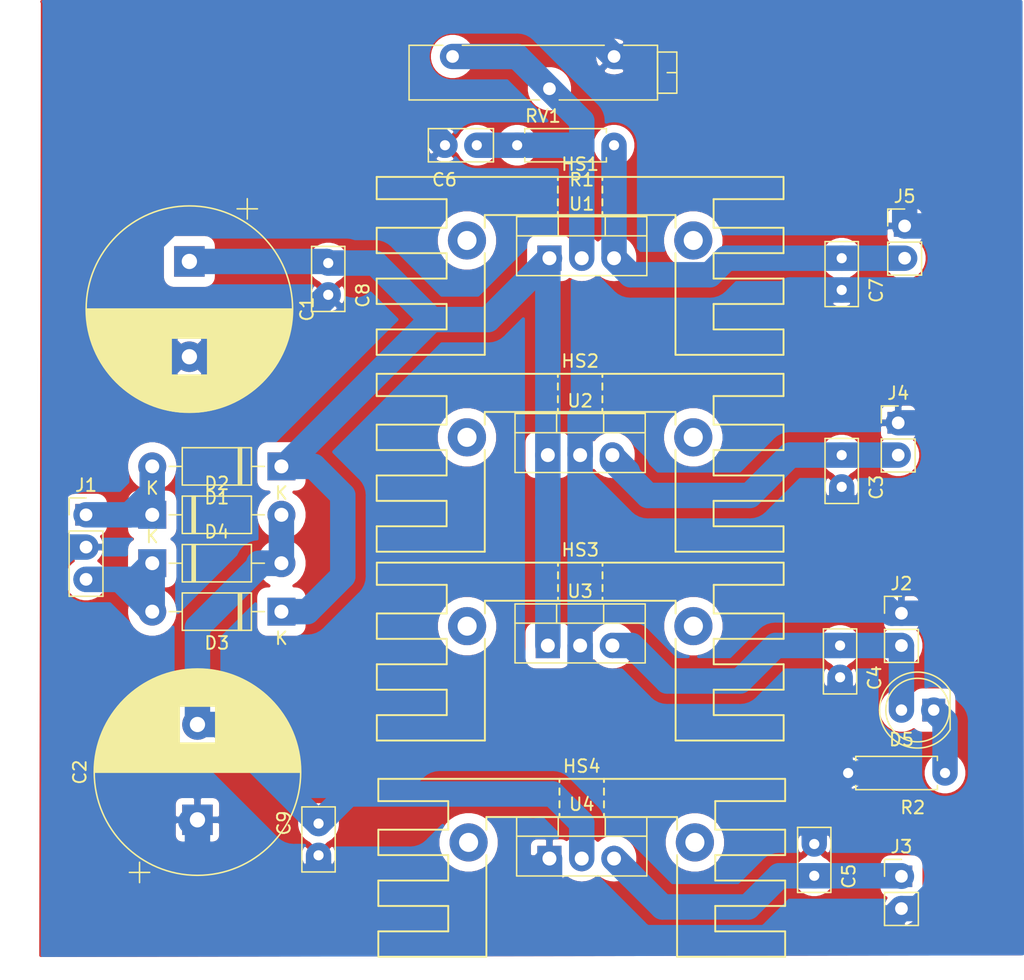
<source format=kicad_pcb>
(kicad_pcb (version 20171130) (host pcbnew "(5.1.6)-1")
  (layers (0 F.Cu signal) (31 B.Cu signal) (34 B.Paste user) (35 F.Paste user) (36 B.SilkS user) (37 F.SilkS user) (38 B.Mask user) (39 F.Mask user) (44 Edge.Cuts user))
  (net 0 "")
  (net 1 GND)
  (net 2 "Net-(C6-Pad1)")
  (net 3 "Net-(D5-Pad1)")
  (net 4 "Net-(D1-Pad2)")
  (net 5 "Net-(D3-Pad2)")
  (net 6 /Vbus+)
  (net 7 /Vbus-)
  (net 8 /Vcc+5V)
  (net 9 /Vcc+15V)
  (net 10 /Vcc-15V)
  (net 11 /VccAjustavel)
  (module Heatsinks:Heatsink_Stonecold_HS-132_32x14mm_2xFixation1.5mm (layer F.Cu) (at 236.601 106.68)
    (fp_text reference HS1 (at 0 -6) (layer F.SilkS))
    (fp_text value Heatsink)
    (pad 1 thru_hole circle (at -8.9 0) (size 3 3) (drill 1.5) (layers *.Cu *.Mask))
    (pad 1 thru_hole circle (at 8.9 0) (size 3 3) (drill 1.5) (layers *.Cu *.Mask))
  )
  (module Heatsinks:Heatsink_Stonecold_HS-132_32x14mm_2xFixation1.5mm (layer F.Cu) (at 236.611 137.033)
    (fp_text reference HS3 (at 0 -6) (layer F.SilkS))
    (fp_text value Heatsink)
    (pad 1 thru_hole circle (at -8.9 0) (size 3 3) (drill 1.5) (layers *.Cu *.Mask))
    (pad 1 thru_hole circle (at 8.9 0) (size 3 3) (drill 1.5) (layers *.Cu *.Mask))
  )
  (module Heatsinks:Heatsink_Stonecold_HS-132_32x14mm_2xFixation1.5mm (layer F.Cu) (at 236.601 122.174)
    (fp_text reference HS2 (at 0 -6) (layer F.SilkS))
    (fp_text value Heatsink)
    (pad 1 thru_hole circle (at -8.9 0) (size 3 3) (drill 1.5) (layers *.Cu *.Mask))
    (pad 1 thru_hole circle (at 8.9 0) (size 3 3) (drill 1.5) (layers *.Cu *.Mask))
  )
  (module Heatsinks:Heatsink_Stonecold_HS-132_32x14mm_2xFixation1.5mm (layer F.Cu) (at 236.728 154.051)
    (fp_text reference HS4 (at 0 -6) (layer F.SilkS))
    (fp_text value Heatsink)
    (pad 1 thru_hole circle (at -8.9 0) (size 3 3) (drill 1.5) (layers *.Cu *.Mask))
    (pad 1 thru_hole circle (at 8.9 0) (size 3 3) (drill 1.5) (layers *.Cu *.Mask))
  )
  (module Resistors_THT:R_Axial_DIN0207_L6.3mm_D2.5mm_P7.62mm_Horizontal (layer F.Cu) (at 239.268 99.187 180)
    (fp_text reference R1 (at 2.54 -2.72) (layer F.SilkS))
    (fp_text value R_US)
    (pad 1 thru_hole circle (at 0 0 180) (size 1.6 1.6) (drill 0.8) (layers *.Cu *.Mask) (net 11 /VccAjustavel))
    (pad 2 thru_hole oval (at 7.62 0 180) (size 1.6 1.6) (drill 0.8) (layers *.Cu *.Mask) (net 2 "Net-(C6-Pad1)"))
  )
  (module Resistors_THT:R_Axial_DIN0207_L6.3mm_D2.5mm_P7.62mm_Horizontal (layer F.Cu) (at 265.303 148.59 180)
    (fp_text reference R2 (at 2.54 -2.72) (layer F.SilkS))
    (fp_text value R_US)
    (pad 1 thru_hole circle (at 0 0 180) (size 1.6 1.6) (drill 0.8) (layers *.Cu *.Mask) (net 3 "Net-(D5-Pad1)"))
    (pad 2 thru_hole oval (at 7.62 0 180) (size 1.6 1.6) (drill 0.8) (layers *.Cu *.Mask) (net 1 GND))
  )
  (module LEDs:LED_D5.0mm (layer F.Cu) (at 264.414 143.637 180)
    (fp_text reference D5 (at 2.54 -2.326371) (layer F.SilkS))
    (fp_text value LED)
    (pad 1 thru_hole rect (at 0 0 180) (size 1.8 1.8) (drill 0.9) (layers *.Cu *.Mask) (net 3 "Net-(D5-Pad1)"))
    (pad 2 thru_hole circle (at 2.54 0 180) (size 1.8 1.8) (drill 0.9) (layers *.Cu *.Mask) (net 9 /Vcc+15V))
  )
  (module Capacitors_THT:C_Disc_D5.0mm_W2.5mm_P2.50mm (layer F.Cu) (at 255.016 154.178 270)
    (fp_text reference C5 (at 2.54 -2.72 90) (layer F.SilkS))
    (fp_text value C)
    (pad 1 thru_hole circle (at 0 0 270) (size 1.6 1.6) (drill 0.8) (layers *.Cu *.Mask) (net 1 GND))
    (pad 2 thru_hole circle (at 2.5 0 270) (size 1.6 1.6) (drill 0.8) (layers *.Cu *.Mask) (net 10 /Vcc-15V))
  )
  (module Capacitors_THT:C_Disc_D5.0mm_W2.5mm_P2.50mm (layer F.Cu) (at 257.048 138.557 270)
    (fp_text reference C4 (at 2.54 -2.72 90) (layer F.SilkS))
    (fp_text value C)
    (pad 1 thru_hole circle (at 0 0 270) (size 1.6 1.6) (drill 0.8) (layers *.Cu *.Mask) (net 9 /Vcc+15V))
    (pad 2 thru_hole circle (at 2.5 0 270) (size 1.6 1.6) (drill 0.8) (layers *.Cu *.Mask) (net 1 GND))
  )
  (module Capacitors_THT:C_Disc_D5.0mm_W2.5mm_P2.50mm (layer F.Cu) (at 257.175 123.571 270)
    (fp_text reference C3 (at 2.54 -2.72 90) (layer F.SilkS))
    (fp_text value C)
    (pad 1 thru_hole circle (at 0 0 270) (size 1.6 1.6) (drill 0.8) (layers *.Cu *.Mask) (net 8 /Vcc+5V))
    (pad 2 thru_hole circle (at 2.5 0 270) (size 1.6 1.6) (drill 0.8) (layers *.Cu *.Mask) (net 1 GND))
  )
  (module Capacitors_THT:C_Disc_D5.0mm_W2.5mm_P2.50mm (layer F.Cu) (at 257.175 108.077 270)
    (fp_text reference C7 (at 2.54 -2.72 90) (layer F.SilkS))
    (fp_text value C)
    (pad 1 thru_hole circle (at 0 0 270) (size 1.6 1.6) (drill 0.8) (layers *.Cu *.Mask) (net 11 /VccAjustavel))
    (pad 2 thru_hole circle (at 2.5 0 270) (size 1.6 1.6) (drill 0.8) (layers *.Cu *.Mask) (net 1 GND))
  )
  (module Capacitors_THT:C_Disc_D5.0mm_W2.5mm_P2.50mm (layer F.Cu) (at 228.473 99.187 180)
    (fp_text reference C6 (at 2.54 -2.72) (layer F.SilkS))
    (fp_text value C)
    (pad 1 thru_hole circle (at 0 0 180) (size 1.6 1.6) (drill 0.8) (layers *.Cu *.Mask) (net 2 "Net-(C6-Pad1)"))
    (pad 2 thru_hole circle (at 2.5 0 180) (size 1.6 1.6) (drill 0.8) (layers *.Cu *.Mask) (net 1 GND))
  )
  (module Capacitors_THT:C_Disc_D5.0mm_W2.5mm_P2.50mm (layer F.Cu) (at 216.027 155.067 90)
    (fp_text reference C9 (at 2.54 -2.72 90) (layer F.SilkS))
    (fp_text value C)
    (pad 1 thru_hole circle (at 0 0 90) (size 1.6 1.6) (drill 0.8) (layers *.Cu *.Mask) (net 1 GND))
    (pad 2 thru_hole circle (at 2.5 0 90) (size 1.6 1.6) (drill 0.8) (layers *.Cu *.Mask) (net 7 /Vbus-))
  )
  (module Capacitors_THT:C_Disc_D5.0mm_W2.5mm_P2.50mm (layer F.Cu) (at 216.789 108.458 270)
    (fp_text reference C8 (at 2.54 -2.72 90) (layer F.SilkS))
    (fp_text value C)
    (pad 1 thru_hole circle (at 0 0 270) (size 1.6 1.6) (drill 0.8) (layers *.Cu *.Mask) (net 6 /Vbus+))
    (pad 2 thru_hole circle (at 2.5 0 270) (size 1.6 1.6) (drill 0.8) (layers *.Cu *.Mask) (net 1 GND))
  )
  (module Package_TO_SOT_THT:TO-220-3_Vertical (layer F.Cu) (at 234.188 155.321)
    (fp_text reference U4 (at 2.54 -4.27) (layer F.SilkS))
    (fp_text value LM7915_TO220)
    (pad 3 thru_hole oval (at 5.08 0) (size 1.905 2) (drill 1.1) (layers *.Cu *.Mask) (net 10 /Vcc-15V))
    (pad 2 thru_hole oval (at 2.54 0) (size 1.905 2) (drill 1.1) (layers *.Cu *.Mask) (net 7 /Vbus-))
    (pad 1 thru_hole rect (at 0 0) (size 1.905 2) (drill 1.1) (layers *.Cu *.Mask) (net 1 GND))
  )
  (module Package_TO_SOT_THT:TO-220-3_Vertical (layer F.Cu) (at 234.061 138.557)
    (fp_text reference U3 (at 2.54 -4.27) (layer F.SilkS))
    (fp_text value LM7815_TO220)
    (pad 3 thru_hole oval (at 5.08 0) (size 1.905 2) (drill 1.1) (layers *.Cu *.Mask) (net 9 /Vcc+15V))
    (pad 2 thru_hole oval (at 2.54 0) (size 1.905 2) (drill 1.1) (layers *.Cu *.Mask) (net 1 GND))
    (pad 1 thru_hole rect (at 0 0) (size 1.905 2) (drill 1.1) (layers *.Cu *.Mask) (net 6 /Vbus+))
  )
  (module Package_TO_SOT_THT:TO-220-3_Vertical (layer F.Cu) (at 234.061 123.571)
    (fp_text reference U2 (at 2.54 -4.27) (layer F.SilkS))
    (fp_text value LM7805_TO220)
    (pad 3 thru_hole oval (at 5.08 0) (size 1.905 2) (drill 1.1) (layers *.Cu *.Mask) (net 8 /Vcc+5V))
    (pad 2 thru_hole oval (at 2.54 0) (size 1.905 2) (drill 1.1) (layers *.Cu *.Mask) (net 1 GND))
    (pad 1 thru_hole rect (at 0 0) (size 1.905 2) (drill 1.1) (layers *.Cu *.Mask) (net 6 /Vbus+))
  )
  (module Package_TO_SOT_THT:TO-220-3_Vertical (layer F.Cu) (at 234.188 108.077)
    (fp_text reference U1 (at 2.54 -4.27) (layer F.SilkS))
    (fp_text value LM317_TO39)
    (pad 3 thru_hole oval (at 5.08 0) (size 1.905 2) (drill 1.1) (layers *.Cu *.Mask) (net 11 /VccAjustavel))
    (pad 2 thru_hole oval (at 2.54 0) (size 1.905 2) (drill 1.1) (layers *.Cu *.Mask) (net 2 "Net-(C6-Pad1)"))
    (pad 1 thru_hole rect (at 0 0) (size 1.905 2) (drill 1.1) (layers *.Cu *.Mask) (net 6 /Vbus+))
  )
  (module Potentiometer_THT:Potentiometer_Bourns_3005_Horizontal (layer F.Cu) (at 226.568 92.202 180)
    (fp_text reference RV1 (at -7.11 -4.69) (layer F.SilkS))
    (fp_text value R_POT_TRIM)
    (pad 3 thru_hole circle (at -12.7 0 180) (size 1.8 1.8) (drill 1) (layers *.Cu *.Mask) (net 1 GND))
    (pad 2 thru_hole circle (at -7.62 -2.54 180) (size 1.8 1.8) (drill 1) (layers *.Cu *.Mask) (net 2 "Net-(C6-Pad1)"))
    (pad 1 thru_hole circle (at 0 0 180) (size 1.8 1.8) (drill 1) (layers *.Cu *.Mask) (net 2 "Net-(C6-Pad1)"))
  )
  (module Connector_PinHeader_2.54mm:PinHeader_1x02_P2.54mm_Vertical (layer F.Cu) (at 262.128 105.537)
    (fp_text reference J5 (at 0 -2.33) (layer F.SilkS))
    (fp_text value Conn_01x02_Male)
    (pad 2 thru_hole oval (at 0 2.54) (size 1.7 1.7) (drill 1) (layers *.Cu *.Mask) (net 11 /VccAjustavel))
    (pad 1 thru_hole rect (at 0 0) (size 1.7 1.7) (drill 1) (layers *.Cu *.Mask) (net 1 GND))
  )
  (module Connector_PinHeader_2.54mm:PinHeader_1x02_P2.54mm_Vertical (layer F.Cu) (at 261.62 121.031)
    (fp_text reference J4 (at 0 -2.33) (layer F.SilkS))
    (fp_text value Conn_01x02_Male)
    (pad 2 thru_hole oval (at 0 2.54) (size 1.7 1.7) (drill 1) (layers *.Cu *.Mask) (net 8 /Vcc+5V))
    (pad 1 thru_hole rect (at 0 0) (size 1.7 1.7) (drill 1) (layers *.Cu *.Mask) (net 1 GND))
  )
  (module Connector_PinHeader_2.54mm:PinHeader_1x02_P2.54mm_Vertical (layer F.Cu) (at 261.874 156.718)
    (fp_text reference J3 (at 0 -2.33) (layer F.SilkS))
    (fp_text value Conn_01x02_Male)
    (pad 2 thru_hole oval (at 0 2.54) (size 1.7 1.7) (drill 1) (layers *.Cu *.Mask) (net 1 GND))
    (pad 1 thru_hole rect (at 0 0) (size 1.7 1.7) (drill 1) (layers *.Cu *.Mask) (net 10 /Vcc-15V))
  )
  (module Connector_PinHeader_2.54mm:PinHeader_1x02_P2.54mm_Vertical (layer F.Cu) (at 261.874 136.017)
    (fp_text reference J2 (at 0 -2.33) (layer F.SilkS))
    (fp_text value Conn_01x02_Male)
    (pad 2 thru_hole oval (at 0 2.54) (size 1.7 1.7) (drill 1) (layers *.Cu *.Mask) (net 9 /Vcc+15V))
    (pad 1 thru_hole rect (at 0 0) (size 1.7 1.7) (drill 1) (layers *.Cu *.Mask) (net 1 GND))
  )
  (module Connector_PinHeader_2.54mm:PinHeader_1x03_P2.54mm_Vertical (layer F.Cu) (at 197.739 128.27)
    (fp_text reference J1 (at 0 -2.33) (layer F.SilkS))
    (fp_text value Conn_01x03_Male)
    (pad 3 thru_hole oval (at 0 5.08) (size 1.7 1.7) (drill 1) (layers *.Cu *.Mask) (net 5 "Net-(D3-Pad2)"))
    (pad 2 thru_hole oval (at 0 2.54) (size 1.7 1.7) (drill 1) (layers *.Cu *.Mask) (net 1 GND))
    (pad 1 thru_hole rect (at 0 0) (size 1.7 1.7) (drill 1) (layers *.Cu *.Mask) (net 4 "Net-(D1-Pad2)"))
  )
  (module Diode_THT:D_DO-41_SOD81_P10.16mm_Horizontal (layer F.Cu) (at 202.946 132.08)
    (fp_text reference D4 (at 5.08 -2.47) (layer F.SilkS))
    (fp_text value 1N4007)
    (fp_text user K (at 0 -2.1) (layer F.SilkS))
    (pad 2 thru_hole oval (at 10.16 0) (size 2.2 2.2) (drill 1.1) (layers *.Cu *.Mask) (net 7 /Vbus-))
    (pad 1 thru_hole rect (at 0 0) (size 2.2 2.2) (drill 1.1) (layers *.Cu *.Mask) (net 5 "Net-(D3-Pad2)"))
  )
  (module Diode_THT:D_DO-41_SOD81_P10.16mm_Horizontal (layer F.Cu) (at 213.106 135.89 180)
    (fp_text reference D3 (at 5.08 -2.47) (layer F.SilkS))
    (fp_text value 1N4007)
    (fp_text user K (at 0 -2.1) (layer F.SilkS))
    (pad 2 thru_hole oval (at 10.16 0 180) (size 2.2 2.2) (drill 1.1) (layers *.Cu *.Mask) (net 5 "Net-(D3-Pad2)"))
    (pad 1 thru_hole rect (at 0 0 180) (size 2.2 2.2) (drill 1.1) (layers *.Cu *.Mask) (net 6 /Vbus+))
  )
  (module Diode_THT:D_DO-41_SOD81_P10.16mm_Horizontal (layer F.Cu) (at 202.946 128.27)
    (fp_text reference D2 (at 5.08 -2.47) (layer F.SilkS))
    (fp_text value 1N4007)
    (fp_text user K (at 0 -2.1) (layer F.SilkS))
    (pad 2 thru_hole oval (at 10.16 0) (size 2.2 2.2) (drill 1.1) (layers *.Cu *.Mask) (net 7 /Vbus-))
    (pad 1 thru_hole rect (at 0 0) (size 2.2 2.2) (drill 1.1) (layers *.Cu *.Mask) (net 4 "Net-(D1-Pad2)"))
  )
  (module Diode_THT:D_DO-41_SOD81_P10.16mm_Horizontal (layer F.Cu) (at 213.106 124.46 180)
    (fp_text reference D1 (at 5.08 -2.47) (layer F.SilkS))
    (fp_text value 1N4007)
    (fp_text user K (at 0 -2.1) (layer F.SilkS))
    (pad 2 thru_hole oval (at 10.16 0 180) (size 2.2 2.2) (drill 1.1) (layers *.Cu *.Mask) (net 4 "Net-(D1-Pad2)"))
    (pad 1 thru_hole rect (at 0 0 180) (size 2.2 2.2) (drill 1.1) (layers *.Cu *.Mask) (net 6 /Vbus+))
  )
  (module Capacitor_THT:CP_Radial_D16.0mm_P7.50mm (layer F.Cu) (at 206.502 152.273 90)
    (fp_text reference C2 (at 3.75 -9.25 90) (layer F.SilkS))
    (fp_text value CP)
    (pad 2 thru_hole circle (at 7.5 0 90) (size 2.4 2.4) (drill 1.2) (layers *.Cu *.Mask) (net 7 /Vbus-))
    (pad 1 thru_hole rect (at 0 0 90) (size 2.4 2.4) (drill 1.2) (layers *.Cu *.Mask) (net 1 GND))
  )
  (module Capacitor_THT:CP_Radial_D16.0mm_P7.50mm (layer F.Cu) (at 205.867 108.331 270)
    (fp_text reference C1 (at 3.75 -9.25 90) (layer F.SilkS))
    (fp_text value CP)
    (pad 2 thru_hole circle (at 7.5 0 270) (size 2.4 2.4) (drill 1.2) (layers *.Cu *.Mask) (net 1 GND))
    (pad 1 thru_hole rect (at 0 0 270) (size 2.4 2.4) (drill 1.2) (layers *.Cu *.Mask) (net 6 /Vbus+))
  )
  (segment (start 265.811 125.547) (end 265.811 129.23) (width 2) (layer B.Cu) (net 1))
  (segment (start 265.811 135.001) (end 265.811 125.547) (width 2) (layer B.Cu) (net 1))
  (segment (start 264.795 136.017) (end 265.811 135.001) (width 2) (layer B.Cu) (net 1))
  (segment (start 270.383 148.717) (end 270.383 141.605) (width 2) (layer B.Cu) (net 1))
  (segment (start 264.795 136.017) (end 261.874 136.017) (width 2) (layer B.Cu) (net 1))
  (segment (start 270.383 141.605) (end 264.795 136.017) (width 2) (layer B.Cu) (net 1))
  (segment (start 261.112 136.017) (end 261.874 136.017) (width 2) (layer B.Cu) (net 1))
  (segment (start 257.175 132.08) (end 261.112 136.017) (width 2) (layer B.Cu) (net 1))
  (segment (start 257.048 141.057) (end 257.048 143.637) (width 2) (layer B.Cu) (net 1))
  (segment (start 236.601 131.826) (end 236.601 138.557) (width 2) (layer B.Cu) (net 1))
  (segment (start 236.601 127) (end 236.601 131.826) (width 2) (layer B.Cu) (net 1))
  (segment (start 236.601 127) (end 236.601 123.444) (width 2) (layer B.Cu) (net 1))
  (segment (start 270.383 150.799002) (end 270.383 148.717) (width 2) (layer B.Cu) (net 1))
  (segment (start 257.048 147.955) (end 257.683 148.59) (width 2) (layer B.Cu) (net 1))
  (segment (start 257.048 141.057) (end 257.048 147.955) (width 2) (layer B.Cu) (net 1))
  (segment (start 270.383 152.069002) (end 270.383 148.717) (width 2) (layer B.Cu) (net 1))
  (segment (start 261.874 159.258) (end 263.194002 159.258) (width 2) (layer B.Cu) (net 1))
  (segment (start 262.191718 150.685718) (end 266.979001 155.473001) (width 2) (layer B.Cu) (net 1))
  (segment (start 263.194002 159.258) (end 266.979001 155.473001) (width 2) (layer B.Cu) (net 1))
  (segment (start 266.979001 155.473001) (end 270.383 152.069002) (width 2) (layer B.Cu) (net 1))
  (segment (start 260.096 148.59) (end 262.191718 150.685718) (width 2) (layer B.Cu) (net 1))
  (segment (start 257.683 148.59) (end 260.096 148.59) (width 2) (layer B.Cu) (net 1))
  (segment (start 255.016 151.257) (end 257.683 148.59) (width 2) (layer B.Cu) (net 1))
  (segment (start 255.016 154.178) (end 255.016 151.257) (width 2) (layer B.Cu) (net 1))
  (segment (start 243.634 148.59) (end 236.601 141.557) (width 2) (layer B.Cu) (net 1))
  (segment (start 257.683 148.59) (end 243.634 148.59) (width 2) (layer B.Cu) (net 1))
  (segment (start 234.188 158.321) (end 234.188 155.321) (width 2) (layer B.Cu) (net 1))
  (segment (start 236.601 140.129502) (end 236.601 138.557) (width 2) (layer B.Cu) (net 1))
  (segment (start 205.994 115.958) (end 205.867 115.831) (width 2) (layer B.Cu) (net 1))
  (segment (start 257.175 132.08) (end 257.175 126.071) (width 2) (layer B.Cu) (net 1))
  (segment (start 256.921 131.826) (end 257.175 132.08) (width 2) (layer B.Cu) (net 1))
  (segment (start 236.601 131.826) (end 256.921 131.826) (width 2) (layer B.Cu) (net 1))
  (segment (start 265.43 121.031) (end 265.811 120.65) (width 2) (layer B.Cu) (net 1))
  (segment (start 261.62 121.031) (end 265.43 121.031) (width 2) (layer B.Cu) (net 1))
  (segment (start 265.811 113.228) (end 265.811 120.65) (width 2) (layer B.Cu) (net 1))
  (segment (start 265.811 120.65) (end 265.811 125.547) (width 2) (layer B.Cu) (net 1))
  (segment (start 263.16 110.577) (end 265.811 113.228) (width 2) (layer B.Cu) (net 1))
  (segment (start 257.175 110.577) (end 263.16 110.577) (width 2) (layer B.Cu) (net 1))
  (segment (start 265.811 106.37) (end 265.811 113.228) (width 2) (layer B.Cu) (net 1))
  (segment (start 264.978 105.537) (end 265.811 106.37) (width 2) (layer B.Cu) (net 1))
  (segment (start 262.128 105.537) (end 264.978 105.537) (width 2) (layer B.Cu) (net 1))
  (segment (start 222.1865 95.4405) (end 225.933 99.187) (width 2) (layer B.Cu) (net 1))
  (segment (start 236.601 141.557) (end 236.601 138.557) (width 2) (layer B.Cu) (net 1))
  (segment (start 211.916 115.831) (end 216.789 110.958) (width 2) (layer B.Cu) (net 1))
  (segment (start 205.867 115.831) (end 211.916 115.831) (width 2) (layer B.Cu) (net 1))
  (segment (start 197.739 130.81) (end 195.326 130.81) (width 2) (layer B.Cu) (net 1))
  (segment (start 195.326 154.745081) (end 199.838919 159.258) (width 2) (layer B.Cu) (net 1))
  (segment (start 195.326 130.81) (end 195.326 154.745081) (width 2) (layer B.Cu) (net 1))
  (segment (start 205.867 115.831) (end 198.494 115.831) (width 2) (layer B.Cu) (net 1))
  (segment (start 195.326 118.999) (end 195.326 130.81) (width 2) (layer B.Cu) (net 1))
  (segment (start 198.494 115.831) (end 195.326 118.999) (width 2) (layer B.Cu) (net 1))
  (segment (start 195.326 118.999) (end 195.326 114.311998) (width 2) (layer B.Cu) (net 1))
  (segment (start 253.111 110.577) (end 246.634 117.054) (width 2) (layer B.Cu) (net 1))
  (segment (start 257.175 110.577) (end 253.111 110.577) (width 2) (layer B.Cu) (net 1))
  (segment (start 205.987 152.4) (end 205.994 152.407) (width 2) (layer B.Cu) (net 1))
  (segment (start 206.041 152.36) (end 205.994 152.407) (width 2) (layer B.Cu) (net 1))
  (segment (start 206.502 152.273) (end 206.502 159.131) (width 2) (layer B.Cu) (net 1))
  (segment (start 199.838919 159.258) (end 206.629 159.258) (width 2) (layer B.Cu) (net 1))
  (segment (start 206.502 159.131) (end 206.629 159.258) (width 2) (layer B.Cu) (net 1))
  (segment (start 216.027 159.131) (end 216.154 159.258) (width 2) (layer B.Cu) (net 1))
  (segment (start 216.027 155.067) (end 216.027 159.131) (width 2) (layer B.Cu) (net 1))
  (segment (start 206.629 159.258) (end 216.154 159.258) (width 2) (layer B.Cu) (net 1))
  (segment (start 218.676499 91.890499) (end 217.747499 91.890499) (width 2) (layer B.Cu) (net 1))
  (segment (start 225.973 99.187) (end 218.676499 91.890499) (width 2) (layer B.Cu) (net 1))
  (segment (start 195.326 114.311998) (end 217.747499 91.890499) (width 2) (layer B.Cu) (net 1))
  (segment (start 235.966 88.9) (end 220.737998 88.9) (width 2) (layer B.Cu) (net 1))
  (segment (start 220.737998 88.9) (end 217.747499 91.890499) (width 2) (layer B.Cu) (net 1))
  (segment (start 239.268 92.202) (end 235.966 88.9) (width 2) (layer B.Cu) (net 1))
  (segment (start 262.128 105.537) (end 262.128 101.727) (width 2) (layer B.Cu) (net 1))
  (segment (start 252.603 92.202) (end 239.268 92.202) (width 2) (layer B.Cu) (net 1))
  (segment (start 262.128 101.727) (end 252.603 92.202) (width 2) (layer B.Cu) (net 1))
  (segment (start 242.566392 117.054) (end 245.023 117.054) (width 2) (layer B.Cu) (net 1))
  (segment (start 236.601 123.571) (end 236.601 123.019392) (width 2) (layer B.Cu) (net 1))
  (segment (start 242.991 117.054) (end 245.023 117.054) (width 2) (layer B.Cu) (net 1))
  (segment (start 245.023 117.054) (end 246.634 117.054) (width 2) (layer B.Cu) (net 1))
  (segment (start 240.118 117.054) (end 242.991 117.054) (width 2) (layer B.Cu) (net 1))
  (segment (start 236.601 120.571) (end 240.118 117.054) (width 2) (layer B.Cu) (net 1))
  (segment (start 236.601 123.571) (end 236.601 120.571) (width 2) (layer B.Cu) (net 1))
  (segment (start 261.874 159.258) (end 259.588 161.544) (width 2) (layer B.Cu) (net 1))
  (segment (start 259.588 161.544) (end 236.855 161.544) (width 2) (layer B.Cu) (net 1))
  (segment (start 234.188 158.877) (end 234.188 155.321) (width 2) (layer B.Cu) (net 1))
  (segment (start 236.855 161.544) (end 234.188 158.877) (width 2) (layer B.Cu) (net 1))
  (segment (start 230.378 159.131) (end 216.027 159.131) (width 2) (layer B.Cu) (net 1))
  (segment (start 234.188 155.321) (end 230.378 159.131) (width 2) (layer B.Cu) (net 1))
  (segment (start 231.648 92.202) (end 234.188 94.742) (width 2) (layer B.Cu) (net 2))
  (segment (start 226.568 92.202) (end 231.648 92.202) (width 2) (layer B.Cu) (net 2))
  (segment (start 236.728 97.282) (end 234.188 94.742) (width 2) (layer B.Cu) (net 2))
  (segment (start 235.585 99.187) (end 236.728 100.33) (width 2) (layer B.Cu) (net 2))
  (segment (start 231.648 99.187) (end 235.585 99.187) (width 2) (layer B.Cu) (net 2))
  (segment (start 236.728 108.077) (end 236.728 99.06) (width 2) (layer B.Cu) (net 2))
  (segment (start 236.728 100.33) (end 236.728 97.282) (width 2) (layer B.Cu) (net 2))
  (segment (start 228.473 99.187) (end 231.648 99.187) (width 2) (layer B.Cu) (net 2))
  (segment (start 265.303 144.526) (end 264.414 143.637) (width 2) (layer B.Cu) (net 3))
  (segment (start 265.303 148.59) (end 265.303 144.526) (width 2) (layer B.Cu) (net 3))
  (segment (start 202.946 128.27) (end 202.946 124.46) (width 2) (layer B.Cu) (net 4))
  (segment (start 202.946 124.46) (end 202.946 126.492) (width 2) (layer B.Cu) (net 4))
  (segment (start 202.946 126.492) (end 201.168 128.27) (width 2) (layer B.Cu) (net 4))
  (segment (start 197.739 128.27) (end 201.168 128.27) (width 2) (layer B.Cu) (net 4))
  (segment (start 201.168 128.27) (end 202.946 128.27) (width 2) (layer B.Cu) (net 4))
  (segment (start 202.946 132.08) (end 202.946 135.89) (width 2) (layer B.Cu) (net 5))
  (segment (start 200.406 133.35) (end 202.946 135.89) (width 2) (layer B.Cu) (net 5))
  (segment (start 197.739 133.35) (end 200.406 133.35) (width 2) (layer B.Cu) (net 5))
  (segment (start 201.676 133.35) (end 197.739 133.35) (width 2) (layer B.Cu) (net 5))
  (segment (start 202.946 132.08) (end 201.676 133.35) (width 2) (layer B.Cu) (net 5))
  (segment (start 234.061 127) (end 234.061 138.557) (width 2) (layer B.Cu) (net 6))
  (segment (start 234.061 123.571) (end 234.061 127) (width 2) (layer B.Cu) (net 6))
  (segment (start 234.061 108.204) (end 234.188 108.077) (width 2) (layer B.Cu) (net 6))
  (segment (start 234.061 123.571) (end 234.061 108.204) (width 2) (layer B.Cu) (net 6))
  (segment (start 213.106 135.89) (end 215.138 135.89) (width 2) (layer B.Cu) (net 6))
  (segment (start 215.138 135.89) (end 217.932 133.096) (width 2) (layer B.Cu) (net 6))
  (segment (start 217.932 133.096) (end 217.932 126.746) (width 2) (layer B.Cu) (net 6))
  (segment (start 215.646 124.46) (end 213.106 124.46) (width 2) (layer B.Cu) (net 6))
  (segment (start 217.932 126.746) (end 215.646 124.46) (width 2) (layer B.Cu) (net 6))
  (segment (start 213.106 124.46) (end 213.36 124.46) (width 2) (layer B.Cu) (net 6))
  (segment (start 213.36 124.46) (end 224.917 112.903) (width 2) (layer B.Cu) (net 6))
  (segment (start 229.362 112.903) (end 224.917 112.903) (width 2) (layer B.Cu) (net 6))
  (segment (start 234.188 108.077) (end 229.362 112.903) (width 2) (layer B.Cu) (net 6))
  (segment (start 216.662 108.331) (end 216.789 108.458) (width 2) (layer B.Cu) (net 6))
  (segment (start 205.867 108.331) (end 216.662 108.331) (width 2) (layer B.Cu) (net 6))
  (segment (start 220.472 108.458) (end 224.917 112.903) (width 2) (layer B.Cu) (net 6))
  (segment (start 216.789 108.458) (end 220.472 108.458) (width 2) (layer B.Cu) (net 6))
  (segment (start 213.106 128.27) (end 213.106 132.08) (width 2) (layer B.Cu) (net 7))
  (segment (start 212.555998 132.08) (end 213.106 132.08) (width 2) (layer B.Cu) (net 7))
  (segment (start 213.106 132.08) (end 211.328 132.08) (width 2) (layer B.Cu) (net 7))
  (segment (start 211.550366 132.08) (end 213.106 132.08) (width 2) (layer B.Cu) (net 7))
  (segment (start 206.502 137.128366) (end 211.550366 132.08) (width 2) (layer B.Cu) (net 7))
  (segment (start 206.502 144.773) (end 206.502 137.128366) (width 2) (layer B.Cu) (net 7))
  (segment (start 236.728 155.321) (end 236.728 152.527) (width 2) (layer B.Cu) (net 7))
  (segment (start 236.728 152.527) (end 234.442 150.241) (width 2) (layer B.Cu) (net 7))
  (segment (start 218.353 150.241) (end 216.027 152.567) (width 2) (layer B.Cu) (net 7))
  (segment (start 234.442 150.241) (end 218.353 150.241) (width 2) (layer B.Cu) (net 7))
  (segment (start 208.233 144.773) (end 216.027 152.567) (width 2) (layer B.Cu) (net 7))
  (segment (start 206.502 144.773) (end 208.233 144.773) (width 2) (layer B.Cu) (net 7))
  (segment (start 240.317001 124.874001) (end 239.299641 123.856641) (width 2) (layer B.Cu) (net 8))
  (segment (start 261.62 123.571) (end 257.175 123.571) (width 2) (layer B.Cu) (net 8))
  (segment (start 239.141 123.571) (end 239.141 123.952) (width 2) (layer B.Cu) (net 8))
  (segment (start 239.141 123.952) (end 241.935 126.746) (width 2) (layer B.Cu) (net 8))
  (segment (start 249.936 126.746) (end 253.111 123.571) (width 2) (layer B.Cu) (net 8))
  (segment (start 257.175 123.571) (end 253.111 123.571) (width 2) (layer B.Cu) (net 8))
  (segment (start 241.935 126.746) (end 249.936 126.746) (width 2) (layer B.Cu) (net 8))
  (segment (start 257.048 138.557) (end 261.874 138.557) (width 2) (layer B.Cu) (net 9))
  (segment (start 261.874 138.557) (end 261.874 143.637) (width 2) (layer B.Cu) (net 9))
  (segment (start 239.141 138.557) (end 240.665 138.557) (width 2) (layer B.Cu) (net 9))
  (segment (start 240.665 138.557) (end 243.459 141.351) (width 2) (layer B.Cu) (net 9))
  (segment (start 255.91663 138.557) (end 257.048 138.557) (width 2) (layer B.Cu) (net 9))
  (segment (start 257.048 138.557) (end 251.968 138.557) (width 2) (layer B.Cu) (net 9))
  (segment (start 249.174 141.351) (end 243.459 141.351) (width 2) (layer B.Cu) (net 9))
  (segment (start 251.968 138.557) (end 249.174 141.351) (width 2) (layer B.Cu) (net 9))
  (segment (start 239.268 155.321) (end 240.698001 156.751001) (width 2) (layer B.Cu) (net 10))
  (segment (start 261.834 156.678) (end 261.874 156.718) (width 2) (layer B.Cu) (net 10))
  (segment (start 255.016 156.678) (end 261.834 156.678) (width 2) (layer B.Cu) (net 10))
  (segment (start 255.016 156.678) (end 252.262 156.678) (width 2) (layer B.Cu) (net 10))
  (segment (start 252.262 156.678) (end 249.809 159.131) (width 2) (layer B.Cu) (net 10))
  (segment (start 243.078 159.131) (end 239.268 155.321) (width 2) (layer B.Cu) (net 10))
  (segment (start 249.809 159.131) (end 243.078 159.131) (width 2) (layer B.Cu) (net 10))
  (segment (start 240.571001 109.380001) (end 239.268 108.077) (width 2) (layer B.Cu) (net 11))
  (segment (start 246.797001 109.380001) (end 240.571001 109.380001) (width 2) (layer B.Cu) (net 11))
  (segment (start 248.100002 108.077) (end 246.797001 109.380001) (width 2) (layer B.Cu) (net 11))
  (segment (start 257.175 108.077) (end 248.100002 108.077) (width 2) (layer B.Cu) (net 11))
  (segment (start 257.175 108.077) (end 262.128 108.077) (width 2) (layer B.Cu) (net 11))
  (segment (start 239.268 108.077) (end 239.268 99.187) (width 2) (layer B.Cu) (net 11))
  (zone (net 1) (net_name GND) (layer B.Cu) (connect_pads (clearance 0.8)) (min_thickness 0.254) (fill yes (arc_segments 32) (thermal_gap 0.508) (thermal_bridge_width 0.508))
    (polygon (pts (xy 271.526 162.941) (xy 194.183 163.068) (xy 194.31 88.011) (xy 194.183 87.757) (xy 271.399 87.757)))
  )
  (zone (net 1) (net_name GND) (layer F.Cu) (connect_pads (clearance 0.8)) (min_thickness 0.254) (fill yes (arc_segments 32) (thermal_gap 0.508) (thermal_bridge_width 0.508))
    (polygon (pts (xy 271.399 162.941) (xy 194.056 163.068) (xy 194.183 88.011) (xy 194.056 87.757) (xy 271.272 87.757)))
  )
)
</source>
